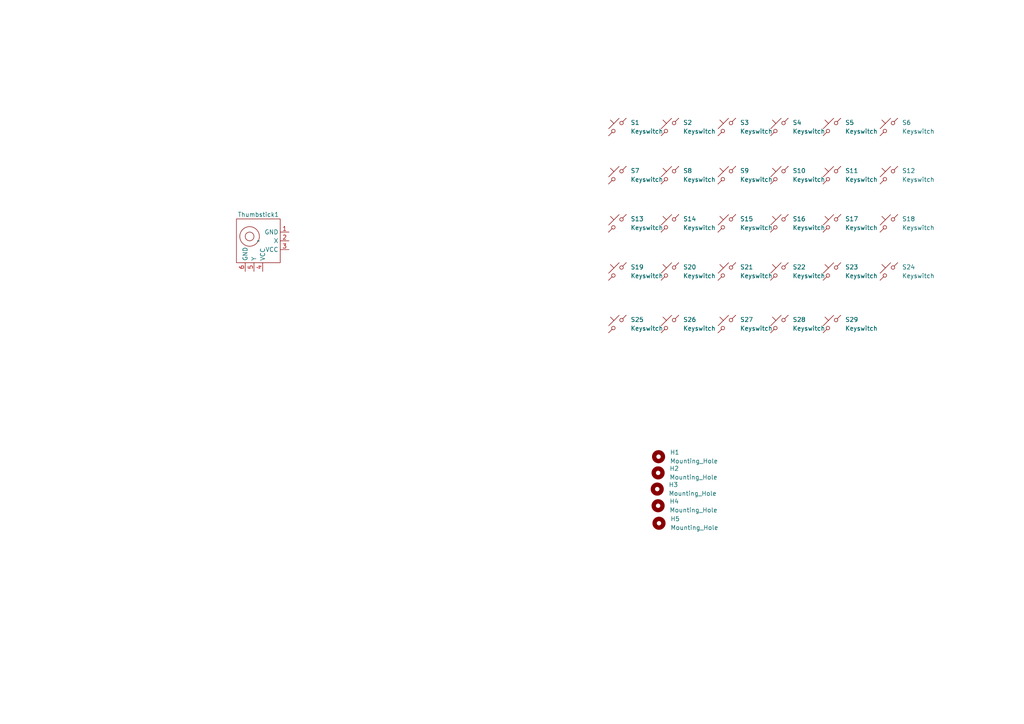
<source format=kicad_sch>
(kicad_sch (version 20230121) (generator eeschema)
  (paper "A4")
  (title_block (title "VF1 Valkyrie Choc RGB") (comment 2 "X=18.5mm; Y=17.5mm") (comment 3 "Spaced for MBK Glow R2 Choc Keycap Set"))
  (lib_symbols
    (symbol "ScottoKeebs:Placeholder_Keyswitch" (pin_numbers hide) (pin_names (offset 1.016) hide)
      (property "Reference" "S" (at 3.048 1.016 0))
      (property "Value" "Keyswitch" (at 0 -3.81 0))
      (symbol "Placeholder_Keyswitch_0_1"
        (circle (center -1.1684 1.1684) (radius 0.508))
        (polyline (pts (xy -0.508 2.54) (xy 2.54 -0.508)))
        (polyline (pts (xy 1.016 1.016) (xy 2.032 2.032)))
        (polyline (pts (xy -2.54 2.54) (xy -1.524 1.524) (xy -1.524 1.524)))
        (polyline (pts (xy 1.524 -1.524) (xy 2.54 -2.54) (xy 2.54 -2.54) (xy 2.54 -2.54)))
        (circle (center 1.143 -1.1938) (radius 0.508))
        (pin passive line (at -2.54 2.54 0) (length 0) (name "1") (number "1"))
        (pin passive line (at 2.54 -2.54 180) (length 0) (name "2") (number "2"))
      )
    )
    (symbol "ScottoKeebs:Placeholder_Mounting_Hole" (pin_names (offset 1.016))
      (property "Reference" "H" (at 0 5.08 0))
      (property "Value" "Mounting_Hole" (at 0 3.175 0))
      (symbol "Placeholder_Mounting_Hole_0_1"
        (circle (center 0 0) (radius 1.27) (stroke (width 1.27)))
      )
    )
    (symbol "mylocalSymbols1:Mini_2-Axis_Analog_Thumbstick"
      (property "Reference" "Thumbstick" (at 0 5.08 0))
      (symbol "Mini_2-Axis_Analog_Thumbstick_0_1"
        (rectangle (start -6.35 6.35) (end 6.35 -6.35))
        (circle (center -2.54 1.27) (radius 1.27))
        (circle (center -2.54 1.27) (radius 2.8398))
      )
      (symbol "Mini_2-Axis_Analog_Thumbstick_1_1"
        (pin power_in line (at 8.89 2.54 180) (length 2.54) (name "GND") (number "1"))
        (pin output line (at 8.89 0 180) (length 2.54) (name "X") (number "2"))
        (pin power_in line (at 8.89 -2.54 180) (length 2.54) (name "VCC") (number "3"))
        (pin power_in line (at 1.27 -8.89 90) (length 2.54) (name "VCC") (number "4"))
        (pin output line (at -1.27 -8.89 90) (length 2.54) (name "Y") (number "5"))
        (pin power_in line (at -3.81 -8.89 90) (length 2.54) (name "GND") (number "6"))
      )
    )
  )
  (symbol (lib_id "ScottoKeebs:Placeholder_Keyswitch") (at 257.81 64.77 90) (unit 1)
    (property "Reference" "S18" (at 261.62 63.5 90) (effects (justify right)))
    (property "Value" "Keyswitch" (at 261.62 66.04 90) (effects (justify right)))
    (property "Footprint" "mylocal_footprints:Choc_1350_Mount" (effects hide))
  )
  (symbol (lib_id "ScottoKeebs:Placeholder_Keyswitch") (at 179.07 64.77 90) (unit 1)
    (property "Reference" "S13" (at 182.88 63.5 90) (effects (justify right)))
    (property "Value" "Keyswitch" (at 182.88 66.04 90) (effects (justify right)))
    (property "Footprint" "mylocal_footprints:Choc_1350_Mount" (effects hide))
  )
  (symbol (lib_id "ScottoKeebs:Placeholder_Mounting_Hole") (at 191.008 132.461 0) (unit 1)
    (property "Reference" "H1" (at 194.31 131.191 0) (effects (justify left)))
    (property "Value" "Mounting_Hole" (at 194.31 133.731 0) (effects (justify left)))
    (property "Footprint" "MountingHole:MountingHole_2.1mm" (effects hide))
  )
  (symbol (lib_id "ScottoKeebs:Placeholder_Keyswitch") (at 179.07 50.8 90) (unit 1)
    (property "Reference" "S7" (at 182.88 49.53 90) (effects (justify right)))
    (property "Value" "Keyswitch" (at 182.88 52.07 90) (effects (justify right)))
    (property "Footprint" "mylocal_footprints:Choc_1350_Mount" (effects hide))
  )
  (symbol (lib_id "ScottoKeebs:Placeholder_Keyswitch") (at 210.82 93.98 90) (unit 1)
    (property "Reference" "S27" (at 214.63 92.71 90) (effects (justify right)))
    (property "Value" "Keyswitch" (at 214.63 95.25 90) (effects (justify right)))
    (property "Footprint" "mylocal_footprints:Choc_1350_Mount" (effects hide))
  )
  (symbol (lib_id "ScottoKeebs:Placeholder_Keyswitch") (at 257.81 78.74 90) (unit 1)
    (property "Reference" "S24" (at 261.62 77.47 90) (effects (justify right)))
    (property "Value" "Keyswitch" (at 261.62 80.01 90) (effects (justify right)))
    (property "Footprint" "mylocal_footprints:Choc_1350_Mount" (effects hide))
  )
  (symbol (lib_id "ScottoKeebs:Placeholder_Keyswitch") (at 179.07 93.98 90) (unit 1)
    (property "Reference" "S25" (at 182.88 92.71 90) (effects (justify right)))
    (property "Value" "Keyswitch" (at 182.88 95.25 90) (effects (justify right)))
    (property "Footprint" "mylocal_footprints:Choc_1350_Mount" (effects hide))
  )
  (symbol (lib_id "ScottoKeebs:Placeholder_Keyswitch") (at 257.81 36.83 90) (unit 1)
    (property "Reference" "S6" (at 261.62 35.56 90) (effects (justify right)))
    (property "Value" "Keyswitch" (at 261.62 38.1 90) (effects (justify right)))
    (property "Footprint" "mylocal_footprints:Choc_1350_Mount" (effects hide))
  )
  (symbol (lib_id "ScottoKeebs:Placeholder_Mounting_Hole") (at 190.627 141.859 0) (unit 1)
    (property "Reference" "H3" (at 193.929 140.589 0) (effects (justify left)))
    (property "Value" "Mounting_Hole" (at 193.929 143.129 0) (effects (justify left)))
    (property "Footprint" "MountingHole:MountingHole_2.1mm" (effects hide))
  )
  (symbol (lib_id "ScottoKeebs:Placeholder_Keyswitch") (at 241.3 36.83 90) (unit 1)
    (property "Reference" "S5" (at 245.11 35.56 90) (effects (justify right)))
    (property "Value" "Keyswitch" (at 245.11 38.1 90) (effects (justify right)))
    (property "Footprint" "mylocal_footprints:Choc_1350_Mount" (effects hide))
  )
  (symbol (lib_id "ScottoKeebs:Placeholder_Mounting_Hole") (at 190.881 137.16 0) (unit 1)
    (property "Reference" "H2" (at 194.183 135.89 0) (effects (justify left)))
    (property "Value" "Mounting_Hole" (at 194.183 138.43 0) (effects (justify left)))
    (property "Footprint" "MountingHole:MountingHole_2.1mm" (effects hide))
  )
  (symbol (lib_id "ScottoKeebs:Placeholder_Keyswitch") (at 194.31 36.83 90) (unit 1)
    (property "Reference" "S2" (at 198.12 35.56 90) (effects (justify right)))
    (property "Value" "Keyswitch" (at 198.12 38.1 90) (effects (justify right)))
    (property "Footprint" "mylocal_footprints:Choc_1350_Mount" (effects hide))
  )
  (symbol (lib_id "ScottoKeebs:Placeholder_Mounting_Hole") (at 190.881 146.685 0) (unit 1)
    (property "Reference" "H4" (at 194.183 145.415 0) (effects (justify left)))
    (property "Value" "Mounting_Hole" (at 194.183 147.955 0) (effects (justify left)))
    (property "Footprint" "MountingHole:MountingHole_2.1mm" (effects hide))
  )
  (symbol (lib_id "ScottoKeebs:Placeholder_Keyswitch") (at 241.3 50.8 90) (unit 1)
    (property "Reference" "S11" (at 245.11 49.53 90) (effects (justify right)))
    (property "Value" "Keyswitch" (at 245.11 52.07 90) (effects (justify right)))
    (property "Footprint" "mylocal_footprints:Choc_1350_Mount" (effects hide))
  )
  (symbol (lib_id "ScottoKeebs:Placeholder_Mounting_Hole") (at 191.135 151.765 0) (unit 1)
    (property "Reference" "H5" (at 194.437 150.495 0) (effects (justify left)))
    (property "Value" "Mounting_Hole" (at 194.437 153.035 0) (effects (justify left)))
    (property "Footprint" "MountingHole:MountingHole_2.1mm" (effects hide))
  )
  (symbol (lib_id "ScottoKeebs:Placeholder_Keyswitch") (at 179.07 78.74 90) (unit 1)
    (property "Reference" "S19" (at 182.88 77.47 90) (effects (justify right)))
    (property "Value" "Keyswitch" (at 182.88 80.01 90) (effects (justify right)))
    (property "Footprint" "mylocal_footprints:Choc_1350_Mount" (effects hide))
  )
  (symbol (lib_id "ScottoKeebs:Placeholder_Keyswitch") (at 226.06 64.77 90) (unit 1)
    (property "Reference" "S16" (at 229.87 63.5 90) (effects (justify right)))
    (property "Value" "Keyswitch" (at 229.87 66.04 90) (effects (justify right)))
    (property "Footprint" "mylocal_footprints:Choc_1350_Mount" (effects hide))
  )
  (symbol (lib_id "mylocalSymbols1:Mini_2-Axis_Analog_Thumbstick") (at 74.93 69.85 0) (unit 1)
    (property "Reference" "Thumbstick1" (at 74.93 62.23 0))
    (property "Value" "~" (at 74.93 69.85 0))
    (property "Footprint" "mylocal_footprints:Adafruit 2765 Through Hole" (effects hide))
  )
  (symbol (lib_id "ScottoKeebs:Placeholder_Keyswitch") (at 210.82 36.83 90) (unit 1)
    (property "Reference" "S3" (at 214.63 35.56 90) (effects (justify right)))
    (property "Value" "Keyswitch" (at 214.63 38.1 90) (effects (justify right)))
    (property "Footprint" "mylocal_footprints:Choc_1350_Mount" (effects hide))
  )
  (symbol (lib_id "ScottoKeebs:Placeholder_Keyswitch") (at 241.3 64.77 90) (unit 1)
    (property "Reference" "S17" (at 245.11 63.5 90) (effects (justify right)))
    (property "Value" "Keyswitch" (at 245.11 66.04 90) (effects (justify right)))
    (property "Footprint" "mylocal_footprints:Choc_1350_Mount" (effects hide))
  )
  (symbol (lib_id "ScottoKeebs:Placeholder_Keyswitch") (at 226.06 50.8 90) (unit 1)
    (property "Reference" "S10" (at 229.87 49.53 90) (effects (justify right)))
    (property "Value" "Keyswitch" (at 229.87 52.07 90) (effects (justify right)))
    (property "Footprint" "mylocal_footprints:Choc_1350_Mount" (effects hide))
  )
  (symbol (lib_id "ScottoKeebs:Placeholder_Keyswitch") (at 194.31 50.8 90) (unit 1)
    (property "Reference" "S8" (at 198.12 49.53 90) (effects (justify right)))
    (property "Value" "Keyswitch" (at 198.12 52.07 90) (effects (justify right)))
    (property "Footprint" "mylocal_footprints:Choc_1350_Mount" (effects hide))
  )
  (symbol (lib_id "ScottoKeebs:Placeholder_Keyswitch") (at 210.82 50.8 90) (unit 1)
    (property "Reference" "S9" (at 214.63 49.53 90) (effects (justify right)))
    (property "Value" "Keyswitch" (at 214.63 52.07 90) (effects (justify right)))
    (property "Footprint" "mylocal_footprints:Choc_1350_Mount" (effects hide))
  )
  (symbol (lib_id "ScottoKeebs:Placeholder_Keyswitch") (at 210.82 64.77 90) (unit 1)
    (property "Reference" "S15" (at 214.63 63.5 90) (effects (justify right)))
    (property "Value" "Keyswitch" (at 214.63 66.04 90) (effects (justify right)))
    (property "Footprint" "mylocal_footprints:Choc_1350_Mount" (effects hide))
  )
  (symbol (lib_id "ScottoKeebs:Placeholder_Keyswitch") (at 226.06 36.83 90) (unit 1)
    (property "Reference" "S4" (at 229.87 35.56 90) (effects (justify right)))
    (property "Value" "Keyswitch" (at 229.87 38.1 90) (effects (justify right)))
    (property "Footprint" "mylocal_footprints:Choc_1350_Mount" (effects hide))
  )
  (symbol (lib_id "ScottoKeebs:Placeholder_Keyswitch") (at 241.3 93.98 90) (unit 1)
    (property "Reference" "S29" (at 245.11 92.71 90) (effects (justify right)))
    (property "Value" "Keyswitch" (at 245.11 95.25 90) (effects (justify right)))
    (property "Footprint" "mylocal_footprints:Choc_1350_Mount" (effects hide))
  )
  (symbol (lib_id "ScottoKeebs:Placeholder_Keyswitch") (at 210.82 78.74 90) (unit 1)
    (property "Reference" "S21" (at 214.63 77.47 90) (effects (justify right)))
    (property "Value" "Keyswitch" (at 214.63 80.01 90) (effects (justify right)))
    (property "Footprint" "mylocal_footprints:Choc_1350_Mount" (effects hide))
  )
  (symbol (lib_id "ScottoKeebs:Placeholder_Keyswitch") (at 194.31 78.74 90) (unit 1)
    (property "Reference" "S20" (at 198.12 77.47 90) (effects (justify right)))
    (property "Value" "Keyswitch" (at 198.12 80.01 90) (effects (justify right)))
    (property "Footprint" "mylocal_footprints:Choc_1350_Mount" (effects hide))
  )
  (symbol (lib_id "ScottoKeebs:Placeholder_Keyswitch") (at 241.3 78.74 90) (unit 1)
    (property "Reference" "S23" (at 245.11 77.47 90) (effects (justify right)))
    (property "Value" "Keyswitch" (at 245.11 80.01 90) (effects (justify right)))
    (property "Footprint" "mylocal_footprints:Choc_1350_Mount" (effects hide))
  )
  (symbol (lib_id "ScottoKeebs:Placeholder_Keyswitch") (at 194.31 64.77 90) (unit 1)
    (property "Reference" "S14" (at 198.12 63.5 90) (effects (justify right)))
    (property "Value" "Keyswitch" (at 198.12 66.04 90) (effects (justify right)))
    (property "Footprint" "mylocal_footprints:Choc_1350_Mount" (effects hide))
  )
  (symbol (lib_id "ScottoKeebs:Placeholder_Keyswitch") (at 226.06 93.98 90) (unit 1)
    (property "Reference" "S28" (at 229.87 92.71 90) (effects (justify right)))
    (property "Value" "Keyswitch" (at 229.87 95.25 90) (effects (justify right)))
    (property "Footprint" "mylocal_footprints:Choc_1350_Mount" (effects hide))
  )
  (symbol (lib_id "ScottoKeebs:Placeholder_Keyswitch") (at 194.31 93.98 90) (unit 1)
    (property "Reference" "S26" (at 198.12 92.71 90) (effects (justify right)))
    (property "Value" "Keyswitch" (at 198.12 95.25 90) (effects (justify right)))
    (property "Footprint" "mylocal_footprints:Choc_1350_Mount" (effects hide))
  )
  (symbol (lib_id "ScottoKeebs:Placeholder_Keyswitch") (at 257.81 50.8 90) (unit 1)
    (property "Reference" "S12" (at 261.62 49.53 90) (effects (justify right)))
    (property "Value" "Keyswitch" (at 261.62 52.07 90) (effects (justify right)))
    (property "Footprint" "mylocal_footprints:Choc_1350_Mount" (effects hide))
  )
  (symbol (lib_id "ScottoKeebs:Placeholder_Keyswitch") (at 226.06 78.74 90) (unit 1)
    (property "Reference" "S22" (at 229.87 77.47 90) (effects (justify right)))
    (property "Value" "Keyswitch" (at 229.87 80.01 90) (effects (justify right)))
    (property "Footprint" "mylocal_footprints:Choc_1350_Mount" (effects hide))
  )
  (symbol (lib_id "ScottoKeebs:Placeholder_Keyswitch") (at 179.07 36.83 90) (unit 1)
    (property "Reference" "S1" (at 182.88 35.56 90) (effects (justify right)))
    (property "Value" "Keyswitch" (at 182.88 38.1 90) (effects (justify right)))
    (property "Footprint" "mylocal_footprints:Choc_1350_Mount" (effects hide))
  )
)
</source>
